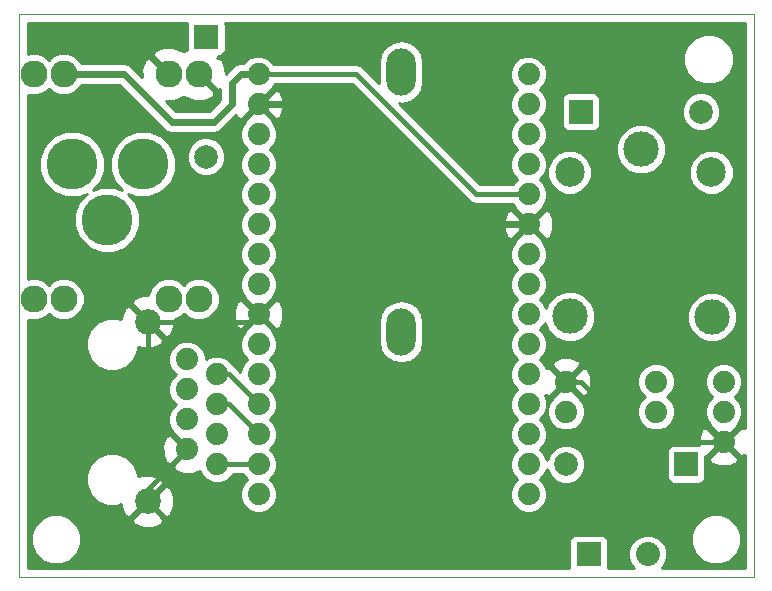
<source format=gbr>
%TF.GenerationSoftware,KiCad,Pcbnew,4.0.2+dfsg1-stable*%
%TF.CreationDate,2018-09-12T10:39:59+08:00*%
%TF.ProjectId,rfid board v2,7266696420626F6172642076322E6B69,rev?*%
%TF.FileFunction,Copper,L2,Bot,Signal*%
%FSLAX46Y46*%
G04 Gerber Fmt 4.6, Leading zero omitted, Abs format (unit mm)*
G04 Created by KiCad (PCBNEW 4.0.2+dfsg1-stable) date Wednesday, 12 September, 2018 10:39:59 AM +08*
%MOMM*%
G01*
G04 APERTURE LIST*
%ADD10C,0.100000*%
%ADD11C,0.025400*%
%ADD12O,2.499360X4.000500*%
%ADD13C,1.879600*%
%ADD14C,2.181860*%
%ADD15C,2.500000*%
%ADD16C,3.000000*%
%ADD17C,1.998980*%
%ADD18R,1.998980X1.998980*%
%ADD19C,4.318000*%
%ADD20R,2.032000X2.032000*%
%ADD21C,2.032000*%
%ADD22C,2.286000*%
%ADD23C,0.400000*%
%ADD24C,0.250000*%
%ADD25C,0.600000*%
%ADD26C,0.254000*%
G04 APERTURE END LIST*
D10*
D11*
X22860000Y-62865000D02*
X22860000Y-15240000D01*
X85090000Y-62865000D02*
X85090000Y-15240000D01*
X22860000Y-15240000D02*
X85090000Y-15240000D01*
X85090000Y-62865000D02*
X22860000Y-62865000D01*
D12*
X55245000Y-20114260D03*
X55245000Y-42115740D03*
D13*
X37129720Y-44450000D03*
X39669720Y-45720000D03*
X37129720Y-46990000D03*
X39669720Y-48260000D03*
X37129720Y-49530000D03*
X39669720Y-50800000D03*
X37129720Y-52070000D03*
X39669720Y-53340000D03*
D14*
X33784540Y-41275000D03*
X33784540Y-56474360D03*
D15*
X69515000Y-28620000D03*
D16*
X69515000Y-40820000D03*
X81565000Y-40870000D03*
D15*
X81515000Y-28620000D03*
D16*
X75565000Y-26670000D03*
D17*
X38737540Y-27305000D03*
D18*
X38737540Y-17145000D03*
D13*
X82550000Y-51435000D03*
X82550000Y-48895000D03*
X82550000Y-46355000D03*
D17*
X69215000Y-53342540D03*
D18*
X79375000Y-53342540D03*
D13*
X43180000Y-20320000D03*
X43180000Y-22860000D03*
X43180000Y-25400000D03*
X43180000Y-27940000D03*
X43180000Y-30480000D03*
X43180000Y-33020000D03*
X43180000Y-35560000D03*
X43180000Y-38100000D03*
X43180000Y-40640000D03*
X43180000Y-43180000D03*
X43180000Y-45720000D03*
X43180000Y-48260000D03*
X43180000Y-50800000D03*
X43180000Y-53340000D03*
X43180000Y-55880000D03*
X66040000Y-20320000D03*
X66040000Y-22860000D03*
X66040000Y-25400000D03*
X66040000Y-27940000D03*
X66040000Y-30480000D03*
X66040000Y-33020000D03*
X66040000Y-35560000D03*
X66040000Y-38100000D03*
X66040000Y-40640000D03*
X66040000Y-43180000D03*
X66040000Y-45720000D03*
X66040000Y-48260000D03*
X66040000Y-50800000D03*
X66040000Y-53340000D03*
X66040000Y-55880000D03*
D19*
X27383740Y-27940000D03*
X30383480Y-32639000D03*
X33383220Y-27940000D03*
D13*
X69215000Y-48895000D03*
X76835000Y-48895000D03*
X76835000Y-46355000D03*
X69215000Y-46355000D03*
D20*
X71120000Y-60960000D03*
D21*
X76118720Y-60960000D03*
D17*
X80645000Y-23492460D03*
D18*
X70485000Y-23492460D03*
D22*
X38100000Y-20320000D03*
X35560000Y-20320000D03*
X26670000Y-20320000D03*
X24130000Y-20320000D03*
X24130000Y-39370000D03*
X26670000Y-39370000D03*
X35560000Y-39370000D03*
X38100000Y-39370000D03*
D23*
X33784540Y-41275000D02*
X42545000Y-41275000D01*
X42545000Y-41275000D02*
X43180000Y-40640000D01*
X33784540Y-41275000D02*
X33784540Y-48724820D01*
X33784540Y-48724820D02*
X37129720Y-52070000D01*
X33784540Y-56474360D02*
X33784540Y-55415180D01*
X33784540Y-55415180D02*
X37129720Y-52070000D01*
X69215000Y-46355000D02*
X70485000Y-46355000D01*
X75565000Y-51435000D02*
X82550000Y-51435000D01*
X70485000Y-46355000D02*
X75565000Y-51435000D01*
D24*
X69215000Y-46355000D02*
X69850000Y-46355000D01*
D25*
X43180000Y-22860000D02*
X50165000Y-22860000D01*
X60325000Y-33020000D02*
X66040000Y-33020000D01*
X50165000Y-22860000D02*
X60325000Y-33020000D01*
X26670000Y-20320000D02*
X31750000Y-20320000D01*
X41656000Y-20320000D02*
X43180000Y-20320000D01*
X40894000Y-21082000D02*
X41656000Y-20320000D01*
X40894000Y-22860000D02*
X40894000Y-21082000D01*
X39370000Y-24384000D02*
X40894000Y-22860000D01*
X35814000Y-24384000D02*
X39370000Y-24384000D01*
X31750000Y-20320000D02*
X35814000Y-24384000D01*
D23*
X43180000Y-20320000D02*
X51435000Y-20320000D01*
X51435000Y-20320000D02*
X61595000Y-30480000D01*
X61595000Y-30480000D02*
X66040000Y-30480000D01*
X39669720Y-45720000D02*
X40640000Y-45720000D01*
X40640000Y-45720000D02*
X43180000Y-48260000D01*
D24*
X43180000Y-48260000D02*
X42545000Y-48260000D01*
D23*
X39669720Y-48260000D02*
X40640000Y-48260000D01*
X40640000Y-48260000D02*
X43180000Y-50800000D01*
X39669720Y-53340000D02*
X43180000Y-53340000D01*
D26*
G36*
X84328000Y-50289932D02*
X83936255Y-50228350D01*
X82729605Y-51435000D01*
X83936255Y-52641650D01*
X84328000Y-52580068D01*
X84328000Y-62103000D01*
X77310630Y-62103000D01*
X77517554Y-61896437D01*
X77769433Y-61289845D01*
X77770006Y-60633037D01*
X77555056Y-60112815D01*
X79779630Y-60112815D01*
X80103980Y-60897800D01*
X80704041Y-61498909D01*
X81488459Y-61824628D01*
X82337815Y-61825370D01*
X83122800Y-61501020D01*
X83723909Y-60900959D01*
X84049628Y-60116541D01*
X84050370Y-59267185D01*
X83726020Y-58482200D01*
X83125959Y-57881091D01*
X82341541Y-57555372D01*
X81492185Y-57554630D01*
X80707200Y-57878980D01*
X80106091Y-58479041D01*
X79780372Y-59263459D01*
X79779630Y-60112815D01*
X77555056Y-60112815D01*
X77519186Y-60026005D01*
X77055157Y-59561166D01*
X76448565Y-59309287D01*
X75791757Y-59308714D01*
X75184725Y-59559534D01*
X74719886Y-60023563D01*
X74468007Y-60630155D01*
X74467434Y-61286963D01*
X74718254Y-61893995D01*
X74926895Y-62103000D01*
X72757722Y-62103000D01*
X72783440Y-61976000D01*
X72783440Y-59944000D01*
X72739162Y-59708683D01*
X72600090Y-59492559D01*
X72387890Y-59347569D01*
X72136000Y-59296560D01*
X70104000Y-59296560D01*
X69868683Y-59340838D01*
X69652559Y-59479910D01*
X69507569Y-59692110D01*
X69456560Y-59944000D01*
X69456560Y-61976000D01*
X69480457Y-62103000D01*
X23622000Y-62103000D01*
X23622000Y-60112815D01*
X23899630Y-60112815D01*
X24223980Y-60897800D01*
X24824041Y-61498909D01*
X25608459Y-61824628D01*
X26457815Y-61825370D01*
X27242800Y-61501020D01*
X27843909Y-60900959D01*
X28169628Y-60116541D01*
X28170370Y-59267185D01*
X27846020Y-58482200D01*
X27334528Y-57969814D01*
X32468691Y-57969814D01*
X32550572Y-58388836D01*
X33377140Y-58715324D01*
X34265732Y-58700646D01*
X35018508Y-58388836D01*
X35100389Y-57969814D01*
X33784540Y-56653965D01*
X32468691Y-57969814D01*
X27334528Y-57969814D01*
X27245959Y-57881091D01*
X26461541Y-57555372D01*
X25612185Y-57554630D01*
X24827200Y-57878980D01*
X24226091Y-58479041D01*
X23900372Y-59263459D01*
X23899630Y-60112815D01*
X23622000Y-60112815D01*
X23622000Y-55052407D01*
X28545403Y-55052407D01*
X28884782Y-55873766D01*
X29512648Y-56502729D01*
X30333414Y-56843541D01*
X31222127Y-56844317D01*
X31554150Y-56707128D01*
X31558254Y-56955552D01*
X31870064Y-57708328D01*
X32289086Y-57790209D01*
X33604935Y-56474360D01*
X33964145Y-56474360D01*
X35279994Y-57790209D01*
X35699016Y-57708328D01*
X36025504Y-56881760D01*
X36010826Y-55993168D01*
X35699016Y-55240392D01*
X35279994Y-55158511D01*
X33964145Y-56474360D01*
X33604935Y-56474360D01*
X33590793Y-56460218D01*
X33770398Y-56280613D01*
X33784540Y-56294755D01*
X35100389Y-54978906D01*
X35018508Y-54559884D01*
X34191940Y-54233396D01*
X33303348Y-54248074D01*
X33013862Y-54367983D01*
X33014037Y-54167593D01*
X32674658Y-53346234D01*
X32046792Y-52717271D01*
X31226026Y-52376459D01*
X30337313Y-52375683D01*
X29515954Y-52715062D01*
X28886991Y-53342928D01*
X28546179Y-54163694D01*
X28545403Y-55052407D01*
X23622000Y-55052407D01*
X23622000Y-51698633D01*
X35038839Y-51698633D01*
X35055882Y-52527047D01*
X35340114Y-53213244D01*
X35743465Y-53276650D01*
X36950115Y-52070000D01*
X35743465Y-50863350D01*
X35340114Y-50926756D01*
X35038839Y-51698633D01*
X23622000Y-51698633D01*
X23622000Y-43622407D01*
X28545403Y-43622407D01*
X28884782Y-44443766D01*
X29512648Y-45072729D01*
X30333414Y-45413541D01*
X31222127Y-45414317D01*
X32043486Y-45074938D01*
X32357097Y-44761873D01*
X35554647Y-44761873D01*
X35793891Y-45340887D01*
X36172616Y-45720273D01*
X35795448Y-46096783D01*
X35555194Y-46675379D01*
X35554647Y-47301873D01*
X35793891Y-47880887D01*
X36172616Y-48260273D01*
X35795448Y-48636783D01*
X35555194Y-49215379D01*
X35554647Y-49841873D01*
X35793891Y-50420887D01*
X35941195Y-50568448D01*
X35923070Y-50683745D01*
X37129720Y-51890395D01*
X37143863Y-51876253D01*
X37323468Y-52055858D01*
X37309325Y-52070000D01*
X37323468Y-52084143D01*
X37143863Y-52263748D01*
X37129720Y-52249605D01*
X35923070Y-53456255D01*
X35986476Y-53859606D01*
X36758353Y-54160881D01*
X37586767Y-54143838D01*
X38193996Y-53892316D01*
X38333891Y-54230887D01*
X38776503Y-54674272D01*
X39355099Y-54914526D01*
X39981593Y-54915073D01*
X40560607Y-54675829D01*
X41003992Y-54233217D01*
X41028166Y-54175000D01*
X41821079Y-54175000D01*
X41844171Y-54230887D01*
X42222896Y-54610273D01*
X41845728Y-54986783D01*
X41605474Y-55565379D01*
X41604927Y-56191873D01*
X41844171Y-56770887D01*
X42286783Y-57214272D01*
X42865379Y-57454526D01*
X43491873Y-57455073D01*
X44070887Y-57215829D01*
X44514272Y-56773217D01*
X44754526Y-56194621D01*
X44755073Y-55568127D01*
X44515829Y-54989113D01*
X44137104Y-54609727D01*
X44514272Y-54233217D01*
X44754526Y-53654621D01*
X44755073Y-53028127D01*
X44515829Y-52449113D01*
X44137104Y-52069727D01*
X44514272Y-51693217D01*
X44754526Y-51114621D01*
X44755073Y-50488127D01*
X44515829Y-49909113D01*
X44137104Y-49529727D01*
X44514272Y-49153217D01*
X44754526Y-48574621D01*
X44755073Y-47948127D01*
X44515829Y-47369113D01*
X44137104Y-46989727D01*
X44514272Y-46613217D01*
X44754526Y-46034621D01*
X44755073Y-45408127D01*
X44515829Y-44829113D01*
X44137104Y-44449727D01*
X44514272Y-44073217D01*
X44754526Y-43494621D01*
X44755073Y-42868127D01*
X44515829Y-42289113D01*
X44368525Y-42141552D01*
X44386650Y-42026255D01*
X43180000Y-40819605D01*
X41973350Y-42026255D01*
X41991439Y-42141326D01*
X41845728Y-42286783D01*
X41605474Y-42865379D01*
X41604927Y-43491873D01*
X41844171Y-44070887D01*
X42222896Y-44450273D01*
X41845728Y-44826783D01*
X41605474Y-45405379D01*
X41605387Y-45504519D01*
X41230434Y-45129566D01*
X41091274Y-45036582D01*
X41005549Y-44829113D01*
X40562937Y-44385728D01*
X39984341Y-44145474D01*
X39357847Y-44144927D01*
X38778833Y-44384171D01*
X38704513Y-44458361D01*
X38704793Y-44138127D01*
X38465549Y-43559113D01*
X38022937Y-43115728D01*
X37444341Y-42875474D01*
X36817847Y-42874927D01*
X36238833Y-43114171D01*
X35795448Y-43556783D01*
X35555194Y-44135379D01*
X35554647Y-44761873D01*
X32357097Y-44761873D01*
X32672449Y-44447072D01*
X33013261Y-43626306D01*
X33013483Y-43372322D01*
X33377140Y-43515964D01*
X34265732Y-43501286D01*
X35018508Y-43189476D01*
X35100389Y-42770454D01*
X33784540Y-41454605D01*
X33770398Y-41468748D01*
X33590793Y-41289143D01*
X33604935Y-41275000D01*
X32289086Y-39959151D01*
X31870064Y-40041032D01*
X31543576Y-40867600D01*
X31547081Y-41079773D01*
X31226026Y-40946459D01*
X30337313Y-40945683D01*
X29515954Y-41285062D01*
X28886991Y-41912928D01*
X28546179Y-42733694D01*
X28545403Y-43622407D01*
X23622000Y-43622407D01*
X23622000Y-41084250D01*
X23774782Y-41147691D01*
X24482114Y-41148308D01*
X25135840Y-40878194D01*
X25400022Y-40614472D01*
X25661529Y-40876436D01*
X26314782Y-41147691D01*
X27022114Y-41148308D01*
X27675840Y-40878194D01*
X28176436Y-40378471D01*
X28425131Y-39779546D01*
X32468691Y-39779546D01*
X33784540Y-41095395D01*
X33798683Y-41081253D01*
X33978288Y-41260858D01*
X33964145Y-41275000D01*
X35279994Y-42590849D01*
X35699016Y-42508968D01*
X36025504Y-41682400D01*
X36015973Y-41105394D01*
X36565840Y-40878194D01*
X36830022Y-40614472D01*
X37091529Y-40876436D01*
X37744782Y-41147691D01*
X38452114Y-41148308D01*
X39105840Y-40878194D01*
X39606436Y-40378471D01*
X39652044Y-40268633D01*
X41089119Y-40268633D01*
X41106162Y-41097047D01*
X41390394Y-41783244D01*
X41793745Y-41846650D01*
X43000395Y-40640000D01*
X43359605Y-40640000D01*
X44566255Y-41846650D01*
X44969606Y-41783244D01*
X45152937Y-41313542D01*
X53360320Y-41313542D01*
X53360320Y-42917938D01*
X53503783Y-43639174D01*
X53912330Y-44250608D01*
X54523764Y-44659155D01*
X55245000Y-44802618D01*
X55966236Y-44659155D01*
X56577670Y-44250608D01*
X56986217Y-43639174D01*
X57129680Y-42917938D01*
X57129680Y-41313542D01*
X56986217Y-40592306D01*
X56577670Y-39980872D01*
X55966236Y-39572325D01*
X55245000Y-39428862D01*
X54523764Y-39572325D01*
X53912330Y-39980872D01*
X53503783Y-40592306D01*
X53360320Y-41313542D01*
X45152937Y-41313542D01*
X45270881Y-41011367D01*
X45253838Y-40182953D01*
X44969606Y-39496756D01*
X44566255Y-39433350D01*
X43359605Y-40640000D01*
X43000395Y-40640000D01*
X41793745Y-39433350D01*
X41390394Y-39496756D01*
X41089119Y-40268633D01*
X39652044Y-40268633D01*
X39877691Y-39725218D01*
X39878308Y-39017886D01*
X39608194Y-38364160D01*
X39108471Y-37863564D01*
X38455218Y-37592309D01*
X37747886Y-37591692D01*
X37094160Y-37861806D01*
X36829978Y-38125528D01*
X36568471Y-37863564D01*
X35915218Y-37592309D01*
X35207886Y-37591692D01*
X34554160Y-37861806D01*
X34053564Y-38361529D01*
X33782309Y-39014782D01*
X33782286Y-39040803D01*
X33303348Y-39048714D01*
X32550572Y-39360524D01*
X32468691Y-39779546D01*
X28425131Y-39779546D01*
X28447691Y-39725218D01*
X28448308Y-39017886D01*
X28178194Y-38364160D01*
X27678471Y-37863564D01*
X27025218Y-37592309D01*
X26317886Y-37591692D01*
X25664160Y-37861806D01*
X25399978Y-38125528D01*
X25138471Y-37863564D01*
X24485218Y-37592309D01*
X23777886Y-37591692D01*
X23622000Y-37656103D01*
X23622000Y-28493323D01*
X24589256Y-28493323D01*
X25013721Y-29520606D01*
X25799000Y-30307257D01*
X26825541Y-30733514D01*
X27937063Y-30734484D01*
X28618694Y-30452839D01*
X28016223Y-31054260D01*
X27589966Y-32080801D01*
X27588996Y-33192323D01*
X28013461Y-34219606D01*
X28798740Y-35006257D01*
X29825281Y-35432514D01*
X30936803Y-35433484D01*
X31964086Y-35009019D01*
X32750737Y-34223740D01*
X33176994Y-33197199D01*
X33177964Y-32085677D01*
X32753499Y-31058394D01*
X32148943Y-30452782D01*
X32825021Y-30733514D01*
X33936543Y-30734484D01*
X34963826Y-30310019D01*
X35750477Y-29524740D01*
X36176734Y-28498199D01*
X36177492Y-27628694D01*
X37102766Y-27628694D01*
X37351078Y-28229655D01*
X37810467Y-28689846D01*
X38410993Y-28939206D01*
X39061234Y-28939774D01*
X39662195Y-28691462D01*
X40122386Y-28232073D01*
X40371746Y-27631547D01*
X40372314Y-26981306D01*
X40124002Y-26380345D01*
X39664613Y-25920154D01*
X39163017Y-25711873D01*
X41604927Y-25711873D01*
X41844171Y-26290887D01*
X42222896Y-26670273D01*
X41845728Y-27046783D01*
X41605474Y-27625379D01*
X41604927Y-28251873D01*
X41844171Y-28830887D01*
X42222896Y-29210273D01*
X41845728Y-29586783D01*
X41605474Y-30165379D01*
X41604927Y-30791873D01*
X41844171Y-31370887D01*
X42222896Y-31750273D01*
X41845728Y-32126783D01*
X41605474Y-32705379D01*
X41604927Y-33331873D01*
X41844171Y-33910887D01*
X42222896Y-34290273D01*
X41845728Y-34666783D01*
X41605474Y-35245379D01*
X41604927Y-35871873D01*
X41844171Y-36450887D01*
X42222896Y-36830273D01*
X41845728Y-37206783D01*
X41605474Y-37785379D01*
X41604927Y-38411873D01*
X41844171Y-38990887D01*
X41991475Y-39138448D01*
X41973350Y-39253745D01*
X43180000Y-40460395D01*
X44386650Y-39253745D01*
X44368561Y-39138674D01*
X44514272Y-38993217D01*
X44754526Y-38414621D01*
X44755073Y-37788127D01*
X44515829Y-37209113D01*
X44137104Y-36829727D01*
X44514272Y-36453217D01*
X44754526Y-35874621D01*
X44754528Y-35871873D01*
X64464927Y-35871873D01*
X64704171Y-36450887D01*
X65082896Y-36830273D01*
X64705728Y-37206783D01*
X64465474Y-37785379D01*
X64464927Y-38411873D01*
X64704171Y-38990887D01*
X65082896Y-39370273D01*
X64705728Y-39746783D01*
X64465474Y-40325379D01*
X64464927Y-40951873D01*
X64704171Y-41530887D01*
X65082896Y-41910273D01*
X64705728Y-42286783D01*
X64465474Y-42865379D01*
X64464927Y-43491873D01*
X64704171Y-44070887D01*
X65082896Y-44450273D01*
X64705728Y-44826783D01*
X64465474Y-45405379D01*
X64464927Y-46031873D01*
X64704171Y-46610887D01*
X65082896Y-46990273D01*
X64705728Y-47366783D01*
X64465474Y-47945379D01*
X64464927Y-48571873D01*
X64704171Y-49150887D01*
X65082896Y-49530273D01*
X64705728Y-49906783D01*
X64465474Y-50485379D01*
X64464927Y-51111873D01*
X64704171Y-51690887D01*
X65082896Y-52070273D01*
X64705728Y-52446783D01*
X64465474Y-53025379D01*
X64464927Y-53651873D01*
X64704171Y-54230887D01*
X65082896Y-54610273D01*
X64705728Y-54986783D01*
X64465474Y-55565379D01*
X64464927Y-56191873D01*
X64704171Y-56770887D01*
X65146783Y-57214272D01*
X65725379Y-57454526D01*
X66351873Y-57455073D01*
X66930887Y-57215829D01*
X67374272Y-56773217D01*
X67614526Y-56194621D01*
X67615073Y-55568127D01*
X67375829Y-54989113D01*
X66997104Y-54609727D01*
X67374272Y-54233217D01*
X67594929Y-53701817D01*
X67828538Y-54267195D01*
X68287927Y-54727386D01*
X68888453Y-54976746D01*
X69538694Y-54977314D01*
X70139655Y-54729002D01*
X70599846Y-54269613D01*
X70849206Y-53669087D01*
X70849774Y-53018846D01*
X70601462Y-52417885D01*
X70526758Y-52343050D01*
X77728070Y-52343050D01*
X77728070Y-54342030D01*
X77772348Y-54577347D01*
X77911420Y-54793471D01*
X78123620Y-54938461D01*
X78375510Y-54989470D01*
X80374490Y-54989470D01*
X80609807Y-54945192D01*
X80825931Y-54806120D01*
X80970921Y-54593920D01*
X81021930Y-54342030D01*
X81021930Y-52821255D01*
X81343350Y-52821255D01*
X81406756Y-53224606D01*
X82178633Y-53525881D01*
X83007047Y-53508838D01*
X83693244Y-53224606D01*
X83756650Y-52821255D01*
X82550000Y-51614605D01*
X81343350Y-52821255D01*
X81021930Y-52821255D01*
X81021930Y-52619357D01*
X81163745Y-52641650D01*
X82370395Y-51435000D01*
X81163745Y-50228350D01*
X80760394Y-50291756D01*
X80459119Y-51063633D01*
X80472529Y-51715463D01*
X80374490Y-51695610D01*
X78375510Y-51695610D01*
X78140193Y-51739888D01*
X77924069Y-51878960D01*
X77779079Y-52091160D01*
X77728070Y-52343050D01*
X70526758Y-52343050D01*
X70142073Y-51957694D01*
X69541547Y-51708334D01*
X68891306Y-51707766D01*
X68290345Y-51956078D01*
X67830154Y-52415467D01*
X67595463Y-52980667D01*
X67375829Y-52449113D01*
X66997104Y-52069727D01*
X67374272Y-51693217D01*
X67614526Y-51114621D01*
X67615073Y-50488127D01*
X67375829Y-49909113D01*
X66997104Y-49529727D01*
X67320522Y-49206873D01*
X67639927Y-49206873D01*
X67879171Y-49785887D01*
X68321783Y-50229272D01*
X68900379Y-50469526D01*
X69526873Y-50470073D01*
X70105887Y-50230829D01*
X70549272Y-49788217D01*
X70789526Y-49209621D01*
X70790073Y-48583127D01*
X70550829Y-48004113D01*
X70403525Y-47856552D01*
X70421650Y-47741255D01*
X69215000Y-46534605D01*
X68008350Y-47741255D01*
X68026439Y-47856326D01*
X67880728Y-48001783D01*
X67640474Y-48580379D01*
X67639927Y-49206873D01*
X67320522Y-49206873D01*
X67374272Y-49153217D01*
X67614526Y-48574621D01*
X67615073Y-47948127D01*
X67429448Y-47498881D01*
X67828745Y-47561650D01*
X69035395Y-46355000D01*
X69394605Y-46355000D01*
X70601255Y-47561650D01*
X71004606Y-47498244D01*
X71305881Y-46726367D01*
X71304658Y-46666873D01*
X75259927Y-46666873D01*
X75499171Y-47245887D01*
X75877896Y-47625273D01*
X75500728Y-48001783D01*
X75260474Y-48580379D01*
X75259927Y-49206873D01*
X75499171Y-49785887D01*
X75941783Y-50229272D01*
X76520379Y-50469526D01*
X77146873Y-50470073D01*
X77725887Y-50230829D01*
X78169272Y-49788217D01*
X78409526Y-49209621D01*
X78410073Y-48583127D01*
X78170829Y-48004113D01*
X77792104Y-47624727D01*
X78169272Y-47248217D01*
X78409526Y-46669621D01*
X78409528Y-46666873D01*
X80974927Y-46666873D01*
X81214171Y-47245887D01*
X81592896Y-47625273D01*
X81215728Y-48001783D01*
X80975474Y-48580379D01*
X80974927Y-49206873D01*
X81214171Y-49785887D01*
X81361475Y-49933448D01*
X81343350Y-50048745D01*
X82550000Y-51255395D01*
X83756650Y-50048745D01*
X83738561Y-49933674D01*
X83884272Y-49788217D01*
X84124526Y-49209621D01*
X84125073Y-48583127D01*
X83885829Y-48004113D01*
X83507104Y-47624727D01*
X83884272Y-47248217D01*
X84124526Y-46669621D01*
X84125073Y-46043127D01*
X83885829Y-45464113D01*
X83443217Y-45020728D01*
X82864621Y-44780474D01*
X82238127Y-44779927D01*
X81659113Y-45019171D01*
X81215728Y-45461783D01*
X80975474Y-46040379D01*
X80974927Y-46666873D01*
X78409528Y-46666873D01*
X78410073Y-46043127D01*
X78170829Y-45464113D01*
X77728217Y-45020728D01*
X77149621Y-44780474D01*
X76523127Y-44779927D01*
X75944113Y-45019171D01*
X75500728Y-45461783D01*
X75260474Y-46040379D01*
X75259927Y-46666873D01*
X71304658Y-46666873D01*
X71288838Y-45897953D01*
X71004606Y-45211756D01*
X70601255Y-45148350D01*
X69394605Y-46355000D01*
X69035395Y-46355000D01*
X67828745Y-45148350D01*
X67527314Y-45195734D01*
X67433524Y-44968745D01*
X68008350Y-44968745D01*
X69215000Y-46175395D01*
X70421650Y-44968745D01*
X70358244Y-44565394D01*
X69586367Y-44264119D01*
X68757953Y-44281162D01*
X68071756Y-44565394D01*
X68008350Y-44968745D01*
X67433524Y-44968745D01*
X67375829Y-44829113D01*
X66997104Y-44449727D01*
X67374272Y-44073217D01*
X67614526Y-43494621D01*
X67615073Y-42868127D01*
X67375829Y-42289113D01*
X66997104Y-41909727D01*
X67374272Y-41533217D01*
X67437102Y-41381907D01*
X67703980Y-42027800D01*
X68304041Y-42628909D01*
X69088459Y-42954628D01*
X69937815Y-42955370D01*
X70722800Y-42631020D01*
X71323909Y-42030959D01*
X71630413Y-41292815D01*
X79429630Y-41292815D01*
X79753980Y-42077800D01*
X80354041Y-42678909D01*
X81138459Y-43004628D01*
X81987815Y-43005370D01*
X82772800Y-42681020D01*
X83373909Y-42080959D01*
X83699628Y-41296541D01*
X83700370Y-40447185D01*
X83376020Y-39662200D01*
X82775959Y-39061091D01*
X81991541Y-38735372D01*
X81142185Y-38734630D01*
X80357200Y-39058980D01*
X79756091Y-39659041D01*
X79430372Y-40443459D01*
X79429630Y-41292815D01*
X71630413Y-41292815D01*
X71649628Y-41246541D01*
X71650370Y-40397185D01*
X71326020Y-39612200D01*
X70725959Y-39011091D01*
X69941541Y-38685372D01*
X69092185Y-38684630D01*
X68307200Y-39008980D01*
X67706091Y-39609041D01*
X67511543Y-40077565D01*
X67375829Y-39749113D01*
X66997104Y-39369727D01*
X67374272Y-38993217D01*
X67614526Y-38414621D01*
X67615073Y-37788127D01*
X67375829Y-37209113D01*
X66997104Y-36829727D01*
X67374272Y-36453217D01*
X67614526Y-35874621D01*
X67615073Y-35248127D01*
X67375829Y-34669113D01*
X67228525Y-34521552D01*
X67246650Y-34406255D01*
X66040000Y-33199605D01*
X64833350Y-34406255D01*
X64851439Y-34521326D01*
X64705728Y-34666783D01*
X64465474Y-35245379D01*
X64464927Y-35871873D01*
X44754528Y-35871873D01*
X44755073Y-35248127D01*
X44515829Y-34669113D01*
X44137104Y-34289727D01*
X44514272Y-33913217D01*
X44754526Y-33334621D01*
X44755073Y-32708127D01*
X44730491Y-32648633D01*
X63949119Y-32648633D01*
X63966162Y-33477047D01*
X64250394Y-34163244D01*
X64653745Y-34226650D01*
X65860395Y-33020000D01*
X66219605Y-33020000D01*
X67426255Y-34226650D01*
X67829606Y-34163244D01*
X68130881Y-33391367D01*
X68113838Y-32562953D01*
X67829606Y-31876756D01*
X67426255Y-31813350D01*
X66219605Y-33020000D01*
X65860395Y-33020000D01*
X64653745Y-31813350D01*
X64250394Y-31876756D01*
X63949119Y-32648633D01*
X44730491Y-32648633D01*
X44515829Y-32129113D01*
X44137104Y-31749727D01*
X44514272Y-31373217D01*
X44754526Y-30794621D01*
X44755073Y-30168127D01*
X44515829Y-29589113D01*
X44137104Y-29209727D01*
X44514272Y-28833217D01*
X44754526Y-28254621D01*
X44755073Y-27628127D01*
X44515829Y-27049113D01*
X44137104Y-26669727D01*
X44514272Y-26293217D01*
X44754526Y-25714621D01*
X44755073Y-25088127D01*
X44515829Y-24509113D01*
X44368525Y-24361552D01*
X44386650Y-24246255D01*
X43180000Y-23039605D01*
X41973350Y-24246255D01*
X41991439Y-24361326D01*
X41845728Y-24506783D01*
X41605474Y-25085379D01*
X41604927Y-25711873D01*
X39163017Y-25711873D01*
X39064087Y-25670794D01*
X38413846Y-25670226D01*
X37812885Y-25918538D01*
X37352694Y-26377927D01*
X37103334Y-26978453D01*
X37102766Y-27628694D01*
X36177492Y-27628694D01*
X36177704Y-27386677D01*
X35753239Y-26359394D01*
X34967960Y-25572743D01*
X33941419Y-25146486D01*
X32829897Y-25145516D01*
X31802614Y-25569981D01*
X31015963Y-26355260D01*
X30589706Y-27381801D01*
X30588736Y-28493323D01*
X31013201Y-29520606D01*
X31617757Y-30126218D01*
X30941679Y-29845486D01*
X29830157Y-29844516D01*
X29148526Y-30126161D01*
X29750997Y-29524740D01*
X30177254Y-28498199D01*
X30178224Y-27386677D01*
X29753759Y-26359394D01*
X28968480Y-25572743D01*
X27941939Y-25146486D01*
X26830417Y-25145516D01*
X25803134Y-25569981D01*
X25016483Y-26355260D01*
X24590226Y-27381801D01*
X24589256Y-28493323D01*
X23622000Y-28493323D01*
X23622000Y-22034250D01*
X23774782Y-22097691D01*
X24482114Y-22098308D01*
X25135840Y-21828194D01*
X25400022Y-21564472D01*
X25661529Y-21826436D01*
X26314782Y-22097691D01*
X27022114Y-22098308D01*
X27675840Y-21828194D01*
X28176436Y-21328471D01*
X28206944Y-21255000D01*
X31362710Y-21255000D01*
X35152855Y-25045145D01*
X35456191Y-25247827D01*
X35814000Y-25319000D01*
X39370000Y-25319000D01*
X39727809Y-25247827D01*
X40031145Y-25045145D01*
X41297445Y-23778845D01*
X41390394Y-24003244D01*
X41793745Y-24066650D01*
X43000395Y-22860000D01*
X43359605Y-22860000D01*
X44566255Y-24066650D01*
X44969606Y-24003244D01*
X45270881Y-23231367D01*
X45253838Y-22402953D01*
X44969606Y-21716756D01*
X44566255Y-21653350D01*
X43359605Y-22860000D01*
X43000395Y-22860000D01*
X42986253Y-22845858D01*
X43165858Y-22666253D01*
X43180000Y-22680395D01*
X44386650Y-21473745D01*
X44368561Y-21358674D01*
X44514272Y-21213217D01*
X44538446Y-21155000D01*
X51089132Y-21155000D01*
X61004566Y-31070434D01*
X61275460Y-31251440D01*
X61595000Y-31315000D01*
X64681079Y-31315000D01*
X64704171Y-31370887D01*
X64851475Y-31518448D01*
X64833350Y-31633745D01*
X66040000Y-32840395D01*
X67246650Y-31633745D01*
X67228561Y-31518674D01*
X67374272Y-31373217D01*
X67614526Y-30794621D01*
X67615073Y-30168127D01*
X67375829Y-29589113D01*
X66997104Y-29209727D01*
X67213904Y-28993305D01*
X67629674Y-28993305D01*
X67916043Y-29686372D01*
X68445839Y-30217093D01*
X69138405Y-30504672D01*
X69888305Y-30505326D01*
X70581372Y-30218957D01*
X71112093Y-29689161D01*
X71399672Y-28996595D01*
X71399674Y-28993305D01*
X79629674Y-28993305D01*
X79916043Y-29686372D01*
X80445839Y-30217093D01*
X81138405Y-30504672D01*
X81888305Y-30505326D01*
X82581372Y-30218957D01*
X83112093Y-29689161D01*
X83399672Y-28996595D01*
X83400326Y-28246695D01*
X83113957Y-27553628D01*
X82584161Y-27022907D01*
X81891595Y-26735328D01*
X81141695Y-26734674D01*
X80448628Y-27021043D01*
X79917907Y-27550839D01*
X79630328Y-28243405D01*
X79629674Y-28993305D01*
X71399674Y-28993305D01*
X71400326Y-28246695D01*
X71113957Y-27553628D01*
X70653948Y-27092815D01*
X73429630Y-27092815D01*
X73753980Y-27877800D01*
X74354041Y-28478909D01*
X75138459Y-28804628D01*
X75987815Y-28805370D01*
X76772800Y-28481020D01*
X77373909Y-27880959D01*
X77699628Y-27096541D01*
X77700370Y-26247185D01*
X77376020Y-25462200D01*
X76775959Y-24861091D01*
X75991541Y-24535372D01*
X75142185Y-24534630D01*
X74357200Y-24858980D01*
X73756091Y-25459041D01*
X73430372Y-26243459D01*
X73429630Y-27092815D01*
X70653948Y-27092815D01*
X70584161Y-27022907D01*
X69891595Y-26735328D01*
X69141695Y-26734674D01*
X68448628Y-27021043D01*
X67917907Y-27550839D01*
X67630328Y-28243405D01*
X67629674Y-28993305D01*
X67213904Y-28993305D01*
X67374272Y-28833217D01*
X67614526Y-28254621D01*
X67615073Y-27628127D01*
X67375829Y-27049113D01*
X66997104Y-26669727D01*
X67374272Y-26293217D01*
X67614526Y-25714621D01*
X67615073Y-25088127D01*
X67375829Y-24509113D01*
X66997104Y-24129727D01*
X67374272Y-23753217D01*
X67614526Y-23174621D01*
X67615073Y-22548127D01*
X67592283Y-22492970D01*
X68838070Y-22492970D01*
X68838070Y-24491950D01*
X68882348Y-24727267D01*
X69021420Y-24943391D01*
X69233620Y-25088381D01*
X69485510Y-25139390D01*
X71484490Y-25139390D01*
X71719807Y-25095112D01*
X71935931Y-24956040D01*
X72080921Y-24743840D01*
X72131930Y-24491950D01*
X72131930Y-23816154D01*
X79010226Y-23816154D01*
X79258538Y-24417115D01*
X79717927Y-24877306D01*
X80318453Y-25126666D01*
X80968694Y-25127234D01*
X81569655Y-24878922D01*
X82029846Y-24419533D01*
X82279206Y-23819007D01*
X82279774Y-23168766D01*
X82031462Y-22567805D01*
X81572073Y-22107614D01*
X80971547Y-21858254D01*
X80321306Y-21857686D01*
X79720345Y-22105998D01*
X79260154Y-22565387D01*
X79010794Y-23165913D01*
X79010226Y-23816154D01*
X72131930Y-23816154D01*
X72131930Y-22492970D01*
X72087652Y-22257653D01*
X71948580Y-22041529D01*
X71736380Y-21896539D01*
X71484490Y-21845530D01*
X69485510Y-21845530D01*
X69250193Y-21889808D01*
X69034069Y-22028880D01*
X68889079Y-22241080D01*
X68838070Y-22492970D01*
X67592283Y-22492970D01*
X67375829Y-21969113D01*
X66997104Y-21589727D01*
X67374272Y-21213217D01*
X67614526Y-20634621D01*
X67615073Y-20008127D01*
X67393887Y-19472815D01*
X79144630Y-19472815D01*
X79468980Y-20257800D01*
X80069041Y-20858909D01*
X80853459Y-21184628D01*
X81702815Y-21185370D01*
X82487800Y-20861020D01*
X83088909Y-20260959D01*
X83414628Y-19476541D01*
X83415370Y-18627185D01*
X83091020Y-17842200D01*
X82490959Y-17241091D01*
X81706541Y-16915372D01*
X80857185Y-16914630D01*
X80072200Y-17238980D01*
X79471091Y-17839041D01*
X79145372Y-18623459D01*
X79144630Y-19472815D01*
X67393887Y-19472815D01*
X67375829Y-19429113D01*
X66933217Y-18985728D01*
X66354621Y-18745474D01*
X65728127Y-18744927D01*
X65149113Y-18984171D01*
X64705728Y-19426783D01*
X64465474Y-20005379D01*
X64464927Y-20631873D01*
X64704171Y-21210887D01*
X65082896Y-21590273D01*
X64705728Y-21966783D01*
X64465474Y-22545379D01*
X64464927Y-23171873D01*
X64704171Y-23750887D01*
X65082896Y-24130273D01*
X64705728Y-24506783D01*
X64465474Y-25085379D01*
X64464927Y-25711873D01*
X64704171Y-26290887D01*
X65082896Y-26670273D01*
X64705728Y-27046783D01*
X64465474Y-27625379D01*
X64464927Y-28251873D01*
X64704171Y-28830887D01*
X65082896Y-29210273D01*
X64705728Y-29586783D01*
X64681554Y-29645000D01*
X61940868Y-29645000D01*
X55060259Y-22764391D01*
X55245000Y-22801138D01*
X55966236Y-22657675D01*
X56577670Y-22249128D01*
X56986217Y-21637694D01*
X57129680Y-20916458D01*
X57129680Y-19312062D01*
X56986217Y-18590826D01*
X56577670Y-17979392D01*
X55966236Y-17570845D01*
X55245000Y-17427382D01*
X54523764Y-17570845D01*
X53912330Y-17979392D01*
X53503783Y-18590826D01*
X53360320Y-19312062D01*
X53360320Y-20916458D01*
X53397067Y-21101199D01*
X52025434Y-19729566D01*
X51754541Y-19548561D01*
X51435000Y-19485000D01*
X44538921Y-19485000D01*
X44515829Y-19429113D01*
X44073217Y-18985728D01*
X43494621Y-18745474D01*
X42868127Y-18744927D01*
X42289113Y-18984171D01*
X41887584Y-19385000D01*
X41656000Y-19385000D01*
X41298191Y-19456173D01*
X40994855Y-19658855D01*
X40385476Y-20268234D01*
X40378802Y-19830490D01*
X40057492Y-19054779D01*
X39633072Y-18966536D01*
X39824052Y-18775556D01*
X39972347Y-18747652D01*
X40188471Y-18608580D01*
X40333461Y-18396380D01*
X40384470Y-18144490D01*
X40384470Y-16145510D01*
X40357467Y-16002000D01*
X84328000Y-16002000D01*
X84328000Y-50289932D01*
X84328000Y-50289932D01*
G37*
X84328000Y-50289932D02*
X83936255Y-50228350D01*
X82729605Y-51435000D01*
X83936255Y-52641650D01*
X84328000Y-52580068D01*
X84328000Y-62103000D01*
X77310630Y-62103000D01*
X77517554Y-61896437D01*
X77769433Y-61289845D01*
X77770006Y-60633037D01*
X77555056Y-60112815D01*
X79779630Y-60112815D01*
X80103980Y-60897800D01*
X80704041Y-61498909D01*
X81488459Y-61824628D01*
X82337815Y-61825370D01*
X83122800Y-61501020D01*
X83723909Y-60900959D01*
X84049628Y-60116541D01*
X84050370Y-59267185D01*
X83726020Y-58482200D01*
X83125959Y-57881091D01*
X82341541Y-57555372D01*
X81492185Y-57554630D01*
X80707200Y-57878980D01*
X80106091Y-58479041D01*
X79780372Y-59263459D01*
X79779630Y-60112815D01*
X77555056Y-60112815D01*
X77519186Y-60026005D01*
X77055157Y-59561166D01*
X76448565Y-59309287D01*
X75791757Y-59308714D01*
X75184725Y-59559534D01*
X74719886Y-60023563D01*
X74468007Y-60630155D01*
X74467434Y-61286963D01*
X74718254Y-61893995D01*
X74926895Y-62103000D01*
X72757722Y-62103000D01*
X72783440Y-61976000D01*
X72783440Y-59944000D01*
X72739162Y-59708683D01*
X72600090Y-59492559D01*
X72387890Y-59347569D01*
X72136000Y-59296560D01*
X70104000Y-59296560D01*
X69868683Y-59340838D01*
X69652559Y-59479910D01*
X69507569Y-59692110D01*
X69456560Y-59944000D01*
X69456560Y-61976000D01*
X69480457Y-62103000D01*
X23622000Y-62103000D01*
X23622000Y-60112815D01*
X23899630Y-60112815D01*
X24223980Y-60897800D01*
X24824041Y-61498909D01*
X25608459Y-61824628D01*
X26457815Y-61825370D01*
X27242800Y-61501020D01*
X27843909Y-60900959D01*
X28169628Y-60116541D01*
X28170370Y-59267185D01*
X27846020Y-58482200D01*
X27334528Y-57969814D01*
X32468691Y-57969814D01*
X32550572Y-58388836D01*
X33377140Y-58715324D01*
X34265732Y-58700646D01*
X35018508Y-58388836D01*
X35100389Y-57969814D01*
X33784540Y-56653965D01*
X32468691Y-57969814D01*
X27334528Y-57969814D01*
X27245959Y-57881091D01*
X26461541Y-57555372D01*
X25612185Y-57554630D01*
X24827200Y-57878980D01*
X24226091Y-58479041D01*
X23900372Y-59263459D01*
X23899630Y-60112815D01*
X23622000Y-60112815D01*
X23622000Y-55052407D01*
X28545403Y-55052407D01*
X28884782Y-55873766D01*
X29512648Y-56502729D01*
X30333414Y-56843541D01*
X31222127Y-56844317D01*
X31554150Y-56707128D01*
X31558254Y-56955552D01*
X31870064Y-57708328D01*
X32289086Y-57790209D01*
X33604935Y-56474360D01*
X33964145Y-56474360D01*
X35279994Y-57790209D01*
X35699016Y-57708328D01*
X36025504Y-56881760D01*
X36010826Y-55993168D01*
X35699016Y-55240392D01*
X35279994Y-55158511D01*
X33964145Y-56474360D01*
X33604935Y-56474360D01*
X33590793Y-56460218D01*
X33770398Y-56280613D01*
X33784540Y-56294755D01*
X35100389Y-54978906D01*
X35018508Y-54559884D01*
X34191940Y-54233396D01*
X33303348Y-54248074D01*
X33013862Y-54367983D01*
X33014037Y-54167593D01*
X32674658Y-53346234D01*
X32046792Y-52717271D01*
X31226026Y-52376459D01*
X30337313Y-52375683D01*
X29515954Y-52715062D01*
X28886991Y-53342928D01*
X28546179Y-54163694D01*
X28545403Y-55052407D01*
X23622000Y-55052407D01*
X23622000Y-51698633D01*
X35038839Y-51698633D01*
X35055882Y-52527047D01*
X35340114Y-53213244D01*
X35743465Y-53276650D01*
X36950115Y-52070000D01*
X35743465Y-50863350D01*
X35340114Y-50926756D01*
X35038839Y-51698633D01*
X23622000Y-51698633D01*
X23622000Y-43622407D01*
X28545403Y-43622407D01*
X28884782Y-44443766D01*
X29512648Y-45072729D01*
X30333414Y-45413541D01*
X31222127Y-45414317D01*
X32043486Y-45074938D01*
X32357097Y-44761873D01*
X35554647Y-44761873D01*
X35793891Y-45340887D01*
X36172616Y-45720273D01*
X35795448Y-46096783D01*
X35555194Y-46675379D01*
X35554647Y-47301873D01*
X35793891Y-47880887D01*
X36172616Y-48260273D01*
X35795448Y-48636783D01*
X35555194Y-49215379D01*
X35554647Y-49841873D01*
X35793891Y-50420887D01*
X35941195Y-50568448D01*
X35923070Y-50683745D01*
X37129720Y-51890395D01*
X37143863Y-51876253D01*
X37323468Y-52055858D01*
X37309325Y-52070000D01*
X37323468Y-52084143D01*
X37143863Y-52263748D01*
X37129720Y-52249605D01*
X35923070Y-53456255D01*
X35986476Y-53859606D01*
X36758353Y-54160881D01*
X37586767Y-54143838D01*
X38193996Y-53892316D01*
X38333891Y-54230887D01*
X38776503Y-54674272D01*
X39355099Y-54914526D01*
X39981593Y-54915073D01*
X40560607Y-54675829D01*
X41003992Y-54233217D01*
X41028166Y-54175000D01*
X41821079Y-54175000D01*
X41844171Y-54230887D01*
X42222896Y-54610273D01*
X41845728Y-54986783D01*
X41605474Y-55565379D01*
X41604927Y-56191873D01*
X41844171Y-56770887D01*
X42286783Y-57214272D01*
X42865379Y-57454526D01*
X43491873Y-57455073D01*
X44070887Y-57215829D01*
X44514272Y-56773217D01*
X44754526Y-56194621D01*
X44755073Y-55568127D01*
X44515829Y-54989113D01*
X44137104Y-54609727D01*
X44514272Y-54233217D01*
X44754526Y-53654621D01*
X44755073Y-53028127D01*
X44515829Y-52449113D01*
X44137104Y-52069727D01*
X44514272Y-51693217D01*
X44754526Y-51114621D01*
X44755073Y-50488127D01*
X44515829Y-49909113D01*
X44137104Y-49529727D01*
X44514272Y-49153217D01*
X44754526Y-48574621D01*
X44755073Y-47948127D01*
X44515829Y-47369113D01*
X44137104Y-46989727D01*
X44514272Y-46613217D01*
X44754526Y-46034621D01*
X44755073Y-45408127D01*
X44515829Y-44829113D01*
X44137104Y-44449727D01*
X44514272Y-44073217D01*
X44754526Y-43494621D01*
X44755073Y-42868127D01*
X44515829Y-42289113D01*
X44368525Y-42141552D01*
X44386650Y-42026255D01*
X43180000Y-40819605D01*
X41973350Y-42026255D01*
X41991439Y-42141326D01*
X41845728Y-42286783D01*
X41605474Y-42865379D01*
X41604927Y-43491873D01*
X41844171Y-44070887D01*
X42222896Y-44450273D01*
X41845728Y-44826783D01*
X41605474Y-45405379D01*
X41605387Y-45504519D01*
X41230434Y-45129566D01*
X41091274Y-45036582D01*
X41005549Y-44829113D01*
X40562937Y-44385728D01*
X39984341Y-44145474D01*
X39357847Y-44144927D01*
X38778833Y-44384171D01*
X38704513Y-44458361D01*
X38704793Y-44138127D01*
X38465549Y-43559113D01*
X38022937Y-43115728D01*
X37444341Y-42875474D01*
X36817847Y-42874927D01*
X36238833Y-43114171D01*
X35795448Y-43556783D01*
X35555194Y-44135379D01*
X35554647Y-44761873D01*
X32357097Y-44761873D01*
X32672449Y-44447072D01*
X33013261Y-43626306D01*
X33013483Y-43372322D01*
X33377140Y-43515964D01*
X34265732Y-43501286D01*
X35018508Y-43189476D01*
X35100389Y-42770454D01*
X33784540Y-41454605D01*
X33770398Y-41468748D01*
X33590793Y-41289143D01*
X33604935Y-41275000D01*
X32289086Y-39959151D01*
X31870064Y-40041032D01*
X31543576Y-40867600D01*
X31547081Y-41079773D01*
X31226026Y-40946459D01*
X30337313Y-40945683D01*
X29515954Y-41285062D01*
X28886991Y-41912928D01*
X28546179Y-42733694D01*
X28545403Y-43622407D01*
X23622000Y-43622407D01*
X23622000Y-41084250D01*
X23774782Y-41147691D01*
X24482114Y-41148308D01*
X25135840Y-40878194D01*
X25400022Y-40614472D01*
X25661529Y-40876436D01*
X26314782Y-41147691D01*
X27022114Y-41148308D01*
X27675840Y-40878194D01*
X28176436Y-40378471D01*
X28425131Y-39779546D01*
X32468691Y-39779546D01*
X33784540Y-41095395D01*
X33798683Y-41081253D01*
X33978288Y-41260858D01*
X33964145Y-41275000D01*
X35279994Y-42590849D01*
X35699016Y-42508968D01*
X36025504Y-41682400D01*
X36015973Y-41105394D01*
X36565840Y-40878194D01*
X36830022Y-40614472D01*
X37091529Y-40876436D01*
X37744782Y-41147691D01*
X38452114Y-41148308D01*
X39105840Y-40878194D01*
X39606436Y-40378471D01*
X39652044Y-40268633D01*
X41089119Y-40268633D01*
X41106162Y-41097047D01*
X41390394Y-41783244D01*
X41793745Y-41846650D01*
X43000395Y-40640000D01*
X43359605Y-40640000D01*
X44566255Y-41846650D01*
X44969606Y-41783244D01*
X45152937Y-41313542D01*
X53360320Y-41313542D01*
X53360320Y-42917938D01*
X53503783Y-43639174D01*
X53912330Y-44250608D01*
X54523764Y-44659155D01*
X55245000Y-44802618D01*
X55966236Y-44659155D01*
X56577670Y-44250608D01*
X56986217Y-43639174D01*
X57129680Y-42917938D01*
X57129680Y-41313542D01*
X56986217Y-40592306D01*
X56577670Y-39980872D01*
X55966236Y-39572325D01*
X55245000Y-39428862D01*
X54523764Y-39572325D01*
X53912330Y-39980872D01*
X53503783Y-40592306D01*
X53360320Y-41313542D01*
X45152937Y-41313542D01*
X45270881Y-41011367D01*
X45253838Y-40182953D01*
X44969606Y-39496756D01*
X44566255Y-39433350D01*
X43359605Y-40640000D01*
X43000395Y-40640000D01*
X41793745Y-39433350D01*
X41390394Y-39496756D01*
X41089119Y-40268633D01*
X39652044Y-40268633D01*
X39877691Y-39725218D01*
X39878308Y-39017886D01*
X39608194Y-38364160D01*
X39108471Y-37863564D01*
X38455218Y-37592309D01*
X37747886Y-37591692D01*
X37094160Y-37861806D01*
X36829978Y-38125528D01*
X36568471Y-37863564D01*
X35915218Y-37592309D01*
X35207886Y-37591692D01*
X34554160Y-37861806D01*
X34053564Y-38361529D01*
X33782309Y-39014782D01*
X33782286Y-39040803D01*
X33303348Y-39048714D01*
X32550572Y-39360524D01*
X32468691Y-39779546D01*
X28425131Y-39779546D01*
X28447691Y-39725218D01*
X28448308Y-39017886D01*
X28178194Y-38364160D01*
X27678471Y-37863564D01*
X27025218Y-37592309D01*
X26317886Y-37591692D01*
X25664160Y-37861806D01*
X25399978Y-38125528D01*
X25138471Y-37863564D01*
X24485218Y-37592309D01*
X23777886Y-37591692D01*
X23622000Y-37656103D01*
X23622000Y-28493323D01*
X24589256Y-28493323D01*
X25013721Y-29520606D01*
X25799000Y-30307257D01*
X26825541Y-30733514D01*
X27937063Y-30734484D01*
X28618694Y-30452839D01*
X28016223Y-31054260D01*
X27589966Y-32080801D01*
X27588996Y-33192323D01*
X28013461Y-34219606D01*
X28798740Y-35006257D01*
X29825281Y-35432514D01*
X30936803Y-35433484D01*
X31964086Y-35009019D01*
X32750737Y-34223740D01*
X33176994Y-33197199D01*
X33177964Y-32085677D01*
X32753499Y-31058394D01*
X32148943Y-30452782D01*
X32825021Y-30733514D01*
X33936543Y-30734484D01*
X34963826Y-30310019D01*
X35750477Y-29524740D01*
X36176734Y-28498199D01*
X36177492Y-27628694D01*
X37102766Y-27628694D01*
X37351078Y-28229655D01*
X37810467Y-28689846D01*
X38410993Y-28939206D01*
X39061234Y-28939774D01*
X39662195Y-28691462D01*
X40122386Y-28232073D01*
X40371746Y-27631547D01*
X40372314Y-26981306D01*
X40124002Y-26380345D01*
X39664613Y-25920154D01*
X39163017Y-25711873D01*
X41604927Y-25711873D01*
X41844171Y-26290887D01*
X42222896Y-26670273D01*
X41845728Y-27046783D01*
X41605474Y-27625379D01*
X41604927Y-28251873D01*
X41844171Y-28830887D01*
X42222896Y-29210273D01*
X41845728Y-29586783D01*
X41605474Y-30165379D01*
X41604927Y-30791873D01*
X41844171Y-31370887D01*
X42222896Y-31750273D01*
X41845728Y-32126783D01*
X41605474Y-32705379D01*
X41604927Y-33331873D01*
X41844171Y-33910887D01*
X42222896Y-34290273D01*
X41845728Y-34666783D01*
X41605474Y-35245379D01*
X41604927Y-35871873D01*
X41844171Y-36450887D01*
X42222896Y-36830273D01*
X41845728Y-37206783D01*
X41605474Y-37785379D01*
X41604927Y-38411873D01*
X41844171Y-38990887D01*
X41991475Y-39138448D01*
X41973350Y-39253745D01*
X43180000Y-40460395D01*
X44386650Y-39253745D01*
X44368561Y-39138674D01*
X44514272Y-38993217D01*
X44754526Y-38414621D01*
X44755073Y-37788127D01*
X44515829Y-37209113D01*
X44137104Y-36829727D01*
X44514272Y-36453217D01*
X44754526Y-35874621D01*
X44754528Y-35871873D01*
X64464927Y-35871873D01*
X64704171Y-36450887D01*
X65082896Y-36830273D01*
X64705728Y-37206783D01*
X64465474Y-37785379D01*
X64464927Y-38411873D01*
X64704171Y-38990887D01*
X65082896Y-39370273D01*
X64705728Y-39746783D01*
X64465474Y-40325379D01*
X64464927Y-40951873D01*
X64704171Y-41530887D01*
X65082896Y-41910273D01*
X64705728Y-42286783D01*
X64465474Y-42865379D01*
X64464927Y-43491873D01*
X64704171Y-44070887D01*
X65082896Y-44450273D01*
X64705728Y-44826783D01*
X64465474Y-45405379D01*
X64464927Y-46031873D01*
X64704171Y-46610887D01*
X65082896Y-46990273D01*
X64705728Y-47366783D01*
X64465474Y-47945379D01*
X64464927Y-48571873D01*
X64704171Y-49150887D01*
X65082896Y-49530273D01*
X64705728Y-49906783D01*
X64465474Y-50485379D01*
X64464927Y-51111873D01*
X64704171Y-51690887D01*
X65082896Y-52070273D01*
X64705728Y-52446783D01*
X64465474Y-53025379D01*
X64464927Y-53651873D01*
X64704171Y-54230887D01*
X65082896Y-54610273D01*
X64705728Y-54986783D01*
X64465474Y-55565379D01*
X64464927Y-56191873D01*
X64704171Y-56770887D01*
X65146783Y-57214272D01*
X65725379Y-57454526D01*
X66351873Y-57455073D01*
X66930887Y-57215829D01*
X67374272Y-56773217D01*
X67614526Y-56194621D01*
X67615073Y-55568127D01*
X67375829Y-54989113D01*
X66997104Y-54609727D01*
X67374272Y-54233217D01*
X67594929Y-53701817D01*
X67828538Y-54267195D01*
X68287927Y-54727386D01*
X68888453Y-54976746D01*
X69538694Y-54977314D01*
X70139655Y-54729002D01*
X70599846Y-54269613D01*
X70849206Y-53669087D01*
X70849774Y-53018846D01*
X70601462Y-52417885D01*
X70526758Y-52343050D01*
X77728070Y-52343050D01*
X77728070Y-54342030D01*
X77772348Y-54577347D01*
X77911420Y-54793471D01*
X78123620Y-54938461D01*
X78375510Y-54989470D01*
X80374490Y-54989470D01*
X80609807Y-54945192D01*
X80825931Y-54806120D01*
X80970921Y-54593920D01*
X81021930Y-54342030D01*
X81021930Y-52821255D01*
X81343350Y-52821255D01*
X81406756Y-53224606D01*
X82178633Y-53525881D01*
X83007047Y-53508838D01*
X83693244Y-53224606D01*
X83756650Y-52821255D01*
X82550000Y-51614605D01*
X81343350Y-52821255D01*
X81021930Y-52821255D01*
X81021930Y-52619357D01*
X81163745Y-52641650D01*
X82370395Y-51435000D01*
X81163745Y-50228350D01*
X80760394Y-50291756D01*
X80459119Y-51063633D01*
X80472529Y-51715463D01*
X80374490Y-51695610D01*
X78375510Y-51695610D01*
X78140193Y-51739888D01*
X77924069Y-51878960D01*
X77779079Y-52091160D01*
X77728070Y-52343050D01*
X70526758Y-52343050D01*
X70142073Y-51957694D01*
X69541547Y-51708334D01*
X68891306Y-51707766D01*
X68290345Y-51956078D01*
X67830154Y-52415467D01*
X67595463Y-52980667D01*
X67375829Y-52449113D01*
X66997104Y-52069727D01*
X67374272Y-51693217D01*
X67614526Y-51114621D01*
X67615073Y-50488127D01*
X67375829Y-49909113D01*
X66997104Y-49529727D01*
X67320522Y-49206873D01*
X67639927Y-49206873D01*
X67879171Y-49785887D01*
X68321783Y-50229272D01*
X68900379Y-50469526D01*
X69526873Y-50470073D01*
X70105887Y-50230829D01*
X70549272Y-49788217D01*
X70789526Y-49209621D01*
X70790073Y-48583127D01*
X70550829Y-48004113D01*
X70403525Y-47856552D01*
X70421650Y-47741255D01*
X69215000Y-46534605D01*
X68008350Y-47741255D01*
X68026439Y-47856326D01*
X67880728Y-48001783D01*
X67640474Y-48580379D01*
X67639927Y-49206873D01*
X67320522Y-49206873D01*
X67374272Y-49153217D01*
X67614526Y-48574621D01*
X67615073Y-47948127D01*
X67429448Y-47498881D01*
X67828745Y-47561650D01*
X69035395Y-46355000D01*
X69394605Y-46355000D01*
X70601255Y-47561650D01*
X71004606Y-47498244D01*
X71305881Y-46726367D01*
X71304658Y-46666873D01*
X75259927Y-46666873D01*
X75499171Y-47245887D01*
X75877896Y-47625273D01*
X75500728Y-48001783D01*
X75260474Y-48580379D01*
X75259927Y-49206873D01*
X75499171Y-49785887D01*
X75941783Y-50229272D01*
X76520379Y-50469526D01*
X77146873Y-50470073D01*
X77725887Y-50230829D01*
X78169272Y-49788217D01*
X78409526Y-49209621D01*
X78410073Y-48583127D01*
X78170829Y-48004113D01*
X77792104Y-47624727D01*
X78169272Y-47248217D01*
X78409526Y-46669621D01*
X78409528Y-46666873D01*
X80974927Y-46666873D01*
X81214171Y-47245887D01*
X81592896Y-47625273D01*
X81215728Y-48001783D01*
X80975474Y-48580379D01*
X80974927Y-49206873D01*
X81214171Y-49785887D01*
X81361475Y-49933448D01*
X81343350Y-50048745D01*
X82550000Y-51255395D01*
X83756650Y-50048745D01*
X83738561Y-49933674D01*
X83884272Y-49788217D01*
X84124526Y-49209621D01*
X84125073Y-48583127D01*
X83885829Y-48004113D01*
X83507104Y-47624727D01*
X83884272Y-47248217D01*
X84124526Y-46669621D01*
X84125073Y-46043127D01*
X83885829Y-45464113D01*
X83443217Y-45020728D01*
X82864621Y-44780474D01*
X82238127Y-44779927D01*
X81659113Y-45019171D01*
X81215728Y-45461783D01*
X80975474Y-46040379D01*
X80974927Y-46666873D01*
X78409528Y-46666873D01*
X78410073Y-46043127D01*
X78170829Y-45464113D01*
X77728217Y-45020728D01*
X77149621Y-44780474D01*
X76523127Y-44779927D01*
X75944113Y-45019171D01*
X75500728Y-45461783D01*
X75260474Y-46040379D01*
X75259927Y-46666873D01*
X71304658Y-46666873D01*
X71288838Y-45897953D01*
X71004606Y-45211756D01*
X70601255Y-45148350D01*
X69394605Y-46355000D01*
X69035395Y-46355000D01*
X67828745Y-45148350D01*
X67527314Y-45195734D01*
X67433524Y-44968745D01*
X68008350Y-44968745D01*
X69215000Y-46175395D01*
X70421650Y-44968745D01*
X70358244Y-44565394D01*
X69586367Y-44264119D01*
X68757953Y-44281162D01*
X68071756Y-44565394D01*
X68008350Y-44968745D01*
X67433524Y-44968745D01*
X67375829Y-44829113D01*
X66997104Y-44449727D01*
X67374272Y-44073217D01*
X67614526Y-43494621D01*
X67615073Y-42868127D01*
X67375829Y-42289113D01*
X66997104Y-41909727D01*
X67374272Y-41533217D01*
X67437102Y-41381907D01*
X67703980Y-42027800D01*
X68304041Y-42628909D01*
X69088459Y-42954628D01*
X69937815Y-42955370D01*
X70722800Y-42631020D01*
X71323909Y-42030959D01*
X71630413Y-41292815D01*
X79429630Y-41292815D01*
X79753980Y-42077800D01*
X80354041Y-42678909D01*
X81138459Y-43004628D01*
X81987815Y-43005370D01*
X82772800Y-42681020D01*
X83373909Y-42080959D01*
X83699628Y-41296541D01*
X83700370Y-40447185D01*
X83376020Y-39662200D01*
X82775959Y-39061091D01*
X81991541Y-38735372D01*
X81142185Y-38734630D01*
X80357200Y-39058980D01*
X79756091Y-39659041D01*
X79430372Y-40443459D01*
X79429630Y-41292815D01*
X71630413Y-41292815D01*
X71649628Y-41246541D01*
X71650370Y-40397185D01*
X71326020Y-39612200D01*
X70725959Y-39011091D01*
X69941541Y-38685372D01*
X69092185Y-38684630D01*
X68307200Y-39008980D01*
X67706091Y-39609041D01*
X67511543Y-40077565D01*
X67375829Y-39749113D01*
X66997104Y-39369727D01*
X67374272Y-38993217D01*
X67614526Y-38414621D01*
X67615073Y-37788127D01*
X67375829Y-37209113D01*
X66997104Y-36829727D01*
X67374272Y-36453217D01*
X67614526Y-35874621D01*
X67615073Y-35248127D01*
X67375829Y-34669113D01*
X67228525Y-34521552D01*
X67246650Y-34406255D01*
X66040000Y-33199605D01*
X64833350Y-34406255D01*
X64851439Y-34521326D01*
X64705728Y-34666783D01*
X64465474Y-35245379D01*
X64464927Y-35871873D01*
X44754528Y-35871873D01*
X44755073Y-35248127D01*
X44515829Y-34669113D01*
X44137104Y-34289727D01*
X44514272Y-33913217D01*
X44754526Y-33334621D01*
X44755073Y-32708127D01*
X44730491Y-32648633D01*
X63949119Y-32648633D01*
X63966162Y-33477047D01*
X64250394Y-34163244D01*
X64653745Y-34226650D01*
X65860395Y-33020000D01*
X66219605Y-33020000D01*
X67426255Y-34226650D01*
X67829606Y-34163244D01*
X68130881Y-33391367D01*
X68113838Y-32562953D01*
X67829606Y-31876756D01*
X67426255Y-31813350D01*
X66219605Y-33020000D01*
X65860395Y-33020000D01*
X64653745Y-31813350D01*
X64250394Y-31876756D01*
X63949119Y-32648633D01*
X44730491Y-32648633D01*
X44515829Y-32129113D01*
X44137104Y-31749727D01*
X44514272Y-31373217D01*
X44754526Y-30794621D01*
X44755073Y-30168127D01*
X44515829Y-29589113D01*
X44137104Y-29209727D01*
X44514272Y-28833217D01*
X44754526Y-28254621D01*
X44755073Y-27628127D01*
X44515829Y-27049113D01*
X44137104Y-26669727D01*
X44514272Y-26293217D01*
X44754526Y-25714621D01*
X44755073Y-25088127D01*
X44515829Y-24509113D01*
X44368525Y-24361552D01*
X44386650Y-24246255D01*
X43180000Y-23039605D01*
X41973350Y-24246255D01*
X41991439Y-24361326D01*
X41845728Y-24506783D01*
X41605474Y-25085379D01*
X41604927Y-25711873D01*
X39163017Y-25711873D01*
X39064087Y-25670794D01*
X38413846Y-25670226D01*
X37812885Y-25918538D01*
X37352694Y-26377927D01*
X37103334Y-26978453D01*
X37102766Y-27628694D01*
X36177492Y-27628694D01*
X36177704Y-27386677D01*
X35753239Y-26359394D01*
X34967960Y-25572743D01*
X33941419Y-25146486D01*
X32829897Y-25145516D01*
X31802614Y-25569981D01*
X31015963Y-26355260D01*
X30589706Y-27381801D01*
X30588736Y-28493323D01*
X31013201Y-29520606D01*
X31617757Y-30126218D01*
X30941679Y-29845486D01*
X29830157Y-29844516D01*
X29148526Y-30126161D01*
X29750997Y-29524740D01*
X30177254Y-28498199D01*
X30178224Y-27386677D01*
X29753759Y-26359394D01*
X28968480Y-25572743D01*
X27941939Y-25146486D01*
X26830417Y-25145516D01*
X25803134Y-25569981D01*
X25016483Y-26355260D01*
X24590226Y-27381801D01*
X24589256Y-28493323D01*
X23622000Y-28493323D01*
X23622000Y-22034250D01*
X23774782Y-22097691D01*
X24482114Y-22098308D01*
X25135840Y-21828194D01*
X25400022Y-21564472D01*
X25661529Y-21826436D01*
X26314782Y-22097691D01*
X27022114Y-22098308D01*
X27675840Y-21828194D01*
X28176436Y-21328471D01*
X28206944Y-21255000D01*
X31362710Y-21255000D01*
X35152855Y-25045145D01*
X35456191Y-25247827D01*
X35814000Y-25319000D01*
X39370000Y-25319000D01*
X39727809Y-25247827D01*
X40031145Y-25045145D01*
X41297445Y-23778845D01*
X41390394Y-24003244D01*
X41793745Y-24066650D01*
X43000395Y-22860000D01*
X43359605Y-22860000D01*
X44566255Y-24066650D01*
X44969606Y-24003244D01*
X45270881Y-23231367D01*
X45253838Y-22402953D01*
X44969606Y-21716756D01*
X44566255Y-21653350D01*
X43359605Y-22860000D01*
X43000395Y-22860000D01*
X42986253Y-22845858D01*
X43165858Y-22666253D01*
X43180000Y-22680395D01*
X44386650Y-21473745D01*
X44368561Y-21358674D01*
X44514272Y-21213217D01*
X44538446Y-21155000D01*
X51089132Y-21155000D01*
X61004566Y-31070434D01*
X61275460Y-31251440D01*
X61595000Y-31315000D01*
X64681079Y-31315000D01*
X64704171Y-31370887D01*
X64851475Y-31518448D01*
X64833350Y-31633745D01*
X66040000Y-32840395D01*
X67246650Y-31633745D01*
X67228561Y-31518674D01*
X67374272Y-31373217D01*
X67614526Y-30794621D01*
X67615073Y-30168127D01*
X67375829Y-29589113D01*
X66997104Y-29209727D01*
X67213904Y-28993305D01*
X67629674Y-28993305D01*
X67916043Y-29686372D01*
X68445839Y-30217093D01*
X69138405Y-30504672D01*
X69888305Y-30505326D01*
X70581372Y-30218957D01*
X71112093Y-29689161D01*
X71399672Y-28996595D01*
X71399674Y-28993305D01*
X79629674Y-28993305D01*
X79916043Y-29686372D01*
X80445839Y-30217093D01*
X81138405Y-30504672D01*
X81888305Y-30505326D01*
X82581372Y-30218957D01*
X83112093Y-29689161D01*
X83399672Y-28996595D01*
X83400326Y-28246695D01*
X83113957Y-27553628D01*
X82584161Y-27022907D01*
X81891595Y-26735328D01*
X81141695Y-26734674D01*
X80448628Y-27021043D01*
X79917907Y-27550839D01*
X79630328Y-28243405D01*
X79629674Y-28993305D01*
X71399674Y-28993305D01*
X71400326Y-28246695D01*
X71113957Y-27553628D01*
X70653948Y-27092815D01*
X73429630Y-27092815D01*
X73753980Y-27877800D01*
X74354041Y-28478909D01*
X75138459Y-28804628D01*
X75987815Y-28805370D01*
X76772800Y-28481020D01*
X77373909Y-27880959D01*
X77699628Y-27096541D01*
X77700370Y-26247185D01*
X77376020Y-25462200D01*
X76775959Y-24861091D01*
X75991541Y-24535372D01*
X75142185Y-24534630D01*
X74357200Y-24858980D01*
X73756091Y-25459041D01*
X73430372Y-26243459D01*
X73429630Y-27092815D01*
X70653948Y-27092815D01*
X70584161Y-27022907D01*
X69891595Y-26735328D01*
X69141695Y-26734674D01*
X68448628Y-27021043D01*
X67917907Y-27550839D01*
X67630328Y-28243405D01*
X67629674Y-28993305D01*
X67213904Y-28993305D01*
X67374272Y-28833217D01*
X67614526Y-28254621D01*
X67615073Y-27628127D01*
X67375829Y-27049113D01*
X66997104Y-26669727D01*
X67374272Y-26293217D01*
X67614526Y-25714621D01*
X67615073Y-25088127D01*
X67375829Y-24509113D01*
X66997104Y-24129727D01*
X67374272Y-23753217D01*
X67614526Y-23174621D01*
X67615073Y-22548127D01*
X67592283Y-22492970D01*
X68838070Y-22492970D01*
X68838070Y-24491950D01*
X68882348Y-24727267D01*
X69021420Y-24943391D01*
X69233620Y-25088381D01*
X69485510Y-25139390D01*
X71484490Y-25139390D01*
X71719807Y-25095112D01*
X71935931Y-24956040D01*
X72080921Y-24743840D01*
X72131930Y-24491950D01*
X72131930Y-23816154D01*
X79010226Y-23816154D01*
X79258538Y-24417115D01*
X79717927Y-24877306D01*
X80318453Y-25126666D01*
X80968694Y-25127234D01*
X81569655Y-24878922D01*
X82029846Y-24419533D01*
X82279206Y-23819007D01*
X82279774Y-23168766D01*
X82031462Y-22567805D01*
X81572073Y-22107614D01*
X80971547Y-21858254D01*
X80321306Y-21857686D01*
X79720345Y-22105998D01*
X79260154Y-22565387D01*
X79010794Y-23165913D01*
X79010226Y-23816154D01*
X72131930Y-23816154D01*
X72131930Y-22492970D01*
X72087652Y-22257653D01*
X71948580Y-22041529D01*
X71736380Y-21896539D01*
X71484490Y-21845530D01*
X69485510Y-21845530D01*
X69250193Y-21889808D01*
X69034069Y-22028880D01*
X68889079Y-22241080D01*
X68838070Y-22492970D01*
X67592283Y-22492970D01*
X67375829Y-21969113D01*
X66997104Y-21589727D01*
X67374272Y-21213217D01*
X67614526Y-20634621D01*
X67615073Y-20008127D01*
X67393887Y-19472815D01*
X79144630Y-19472815D01*
X79468980Y-20257800D01*
X80069041Y-20858909D01*
X80853459Y-21184628D01*
X81702815Y-21185370D01*
X82487800Y-20861020D01*
X83088909Y-20260959D01*
X83414628Y-19476541D01*
X83415370Y-18627185D01*
X83091020Y-17842200D01*
X82490959Y-17241091D01*
X81706541Y-16915372D01*
X80857185Y-16914630D01*
X80072200Y-17238980D01*
X79471091Y-17839041D01*
X79145372Y-18623459D01*
X79144630Y-19472815D01*
X67393887Y-19472815D01*
X67375829Y-19429113D01*
X66933217Y-18985728D01*
X66354621Y-18745474D01*
X65728127Y-18744927D01*
X65149113Y-18984171D01*
X64705728Y-19426783D01*
X64465474Y-20005379D01*
X64464927Y-20631873D01*
X64704171Y-21210887D01*
X65082896Y-21590273D01*
X64705728Y-21966783D01*
X64465474Y-22545379D01*
X64464927Y-23171873D01*
X64704171Y-23750887D01*
X65082896Y-24130273D01*
X64705728Y-24506783D01*
X64465474Y-25085379D01*
X64464927Y-25711873D01*
X64704171Y-26290887D01*
X65082896Y-26670273D01*
X64705728Y-27046783D01*
X64465474Y-27625379D01*
X64464927Y-28251873D01*
X64704171Y-28830887D01*
X65082896Y-29210273D01*
X64705728Y-29586783D01*
X64681554Y-29645000D01*
X61940868Y-29645000D01*
X55060259Y-22764391D01*
X55245000Y-22801138D01*
X55966236Y-22657675D01*
X56577670Y-22249128D01*
X56986217Y-21637694D01*
X57129680Y-20916458D01*
X57129680Y-19312062D01*
X56986217Y-18590826D01*
X56577670Y-17979392D01*
X55966236Y-17570845D01*
X55245000Y-17427382D01*
X54523764Y-17570845D01*
X53912330Y-17979392D01*
X53503783Y-18590826D01*
X53360320Y-19312062D01*
X53360320Y-20916458D01*
X53397067Y-21101199D01*
X52025434Y-19729566D01*
X51754541Y-19548561D01*
X51435000Y-19485000D01*
X44538921Y-19485000D01*
X44515829Y-19429113D01*
X44073217Y-18985728D01*
X43494621Y-18745474D01*
X42868127Y-18744927D01*
X42289113Y-18984171D01*
X41887584Y-19385000D01*
X41656000Y-19385000D01*
X41298191Y-19456173D01*
X40994855Y-19658855D01*
X40385476Y-20268234D01*
X40378802Y-19830490D01*
X40057492Y-19054779D01*
X39633072Y-18966536D01*
X39824052Y-18775556D01*
X39972347Y-18747652D01*
X40188471Y-18608580D01*
X40333461Y-18396380D01*
X40384470Y-18144490D01*
X40384470Y-16145510D01*
X40357467Y-16002000D01*
X84328000Y-16002000D01*
X84328000Y-50289932D01*
G36*
X38293748Y-20305858D02*
X38279605Y-20320000D01*
X39633070Y-21673465D01*
X39959000Y-21605699D01*
X39959000Y-22472710D01*
X38982710Y-23449000D01*
X36201290Y-23449000D01*
X35361581Y-22609291D01*
X36049510Y-22598802D01*
X36825221Y-22277492D01*
X36830000Y-22254507D01*
X36834779Y-22277492D01*
X37680189Y-22612666D01*
X38589510Y-22598802D01*
X39365221Y-22277492D01*
X39453465Y-21853070D01*
X38100000Y-20499605D01*
X38085858Y-20513748D01*
X37906253Y-20334143D01*
X37920395Y-20320000D01*
X37906253Y-20305858D01*
X38085858Y-20126253D01*
X38100000Y-20140395D01*
X38114143Y-20126253D01*
X38293748Y-20305858D01*
X38293748Y-20305858D01*
G37*
X38293748Y-20305858D02*
X38279605Y-20320000D01*
X39633070Y-21673465D01*
X39959000Y-21605699D01*
X39959000Y-22472710D01*
X38982710Y-23449000D01*
X36201290Y-23449000D01*
X35361581Y-22609291D01*
X36049510Y-22598802D01*
X36825221Y-22277492D01*
X36830000Y-22254507D01*
X36834779Y-22277492D01*
X37680189Y-22612666D01*
X38589510Y-22598802D01*
X39365221Y-22277492D01*
X39453465Y-21853070D01*
X38100000Y-20499605D01*
X38085858Y-20513748D01*
X37906253Y-20334143D01*
X37920395Y-20320000D01*
X37906253Y-20305858D01*
X38085858Y-20126253D01*
X38100000Y-20140395D01*
X38114143Y-20126253D01*
X38293748Y-20305858D01*
G36*
X37090610Y-16145510D02*
X37090610Y-18144490D01*
X37110169Y-18248438D01*
X36834779Y-18362508D01*
X36830000Y-18385493D01*
X36825221Y-18362508D01*
X35979811Y-18027334D01*
X35070490Y-18041198D01*
X34294779Y-18362508D01*
X34206535Y-18786930D01*
X35560000Y-20140395D01*
X35574143Y-20126253D01*
X35753748Y-20305858D01*
X35739605Y-20320000D01*
X35753748Y-20334143D01*
X35574143Y-20513748D01*
X35560000Y-20499605D01*
X35545858Y-20513748D01*
X35366253Y-20334143D01*
X35380395Y-20320000D01*
X34026930Y-18966535D01*
X33602508Y-19054779D01*
X33267334Y-19900189D01*
X33276854Y-20524564D01*
X32411145Y-19658855D01*
X32107809Y-19456173D01*
X31750000Y-19385000D01*
X28207464Y-19385000D01*
X28178194Y-19314160D01*
X27678471Y-18813564D01*
X27025218Y-18542309D01*
X26317886Y-18541692D01*
X25664160Y-18811806D01*
X25399978Y-19075528D01*
X25138471Y-18813564D01*
X24485218Y-18542309D01*
X23777886Y-18541692D01*
X23622000Y-18606103D01*
X23622000Y-16002000D01*
X37119672Y-16002000D01*
X37090610Y-16145510D01*
X37090610Y-16145510D01*
G37*
X37090610Y-16145510D02*
X37090610Y-18144490D01*
X37110169Y-18248438D01*
X36834779Y-18362508D01*
X36830000Y-18385493D01*
X36825221Y-18362508D01*
X35979811Y-18027334D01*
X35070490Y-18041198D01*
X34294779Y-18362508D01*
X34206535Y-18786930D01*
X35560000Y-20140395D01*
X35574143Y-20126253D01*
X35753748Y-20305858D01*
X35739605Y-20320000D01*
X35753748Y-20334143D01*
X35574143Y-20513748D01*
X35560000Y-20499605D01*
X35545858Y-20513748D01*
X35366253Y-20334143D01*
X35380395Y-20320000D01*
X34026930Y-18966535D01*
X33602508Y-19054779D01*
X33267334Y-19900189D01*
X33276854Y-20524564D01*
X32411145Y-19658855D01*
X32107809Y-19456173D01*
X31750000Y-19385000D01*
X28207464Y-19385000D01*
X28178194Y-19314160D01*
X27678471Y-18813564D01*
X27025218Y-18542309D01*
X26317886Y-18541692D01*
X25664160Y-18811806D01*
X25399978Y-19075528D01*
X25138471Y-18813564D01*
X24485218Y-18542309D01*
X23777886Y-18541692D01*
X23622000Y-18606103D01*
X23622000Y-16002000D01*
X37119672Y-16002000D01*
X37090610Y-16145510D01*
M02*

</source>
